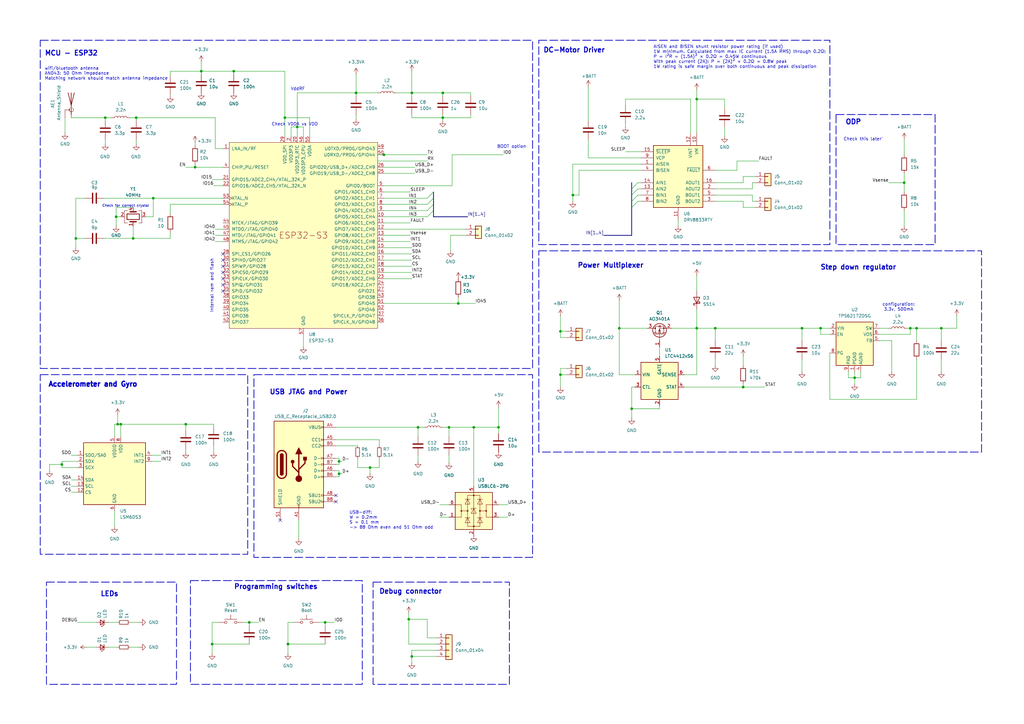
<source format=kicad_sch>
(kicad_sch (version 20231120) (generator "eeschema") (generator_version "8.0")
  (paper "A3")
  (junction (at 139.065 194.31))
  (junction (at 133.35 255.27))
  (junction (at 151.765 191.77))
  (junction (at 184.15 175.26))
  (junction (at 285.75 134.62))
  (junction (at 187.96 124.46))
  (junction (at 146.05 38.1))
  (junction (at 204.47 175.26))
  (junction (at 328.93 134.62))
  (junction (at 171.45 175.26))
  (junction (at 181.61 38.1))
  (junction (at 80.01 68.58))
  (junction (at 102.235 255.27))
  (junction (at 293.37 134.62))
  (junction (at 229.87 135.89))
  (junction (at 375.92 134.62))
  (junction (at 55.88 48.26))
  (junction (at 95.885 29.21))
  (junction (at 62.865 81.28))
  (junction (at 43.18 48.26))
  (junction (at 139.065 189.23))
  (junction (at 168.91 38.1))
  (junction (at 167.64 254))
  (junction (at 370.84 74.93))
  (junction (at 336.55 134.62))
  (junction (at 31.115 97.79))
  (junction (at 116.84 48.26))
  (junction (at 373.38 134.62))
  (junction (at 259.08 167.64))
  (junction (at 118.11 264.16))
  (junction (at 25.4 190.5))
  (junction (at 304.8 158.75))
  (junction (at 47.625 88.9))
  (junction (at 234.95 80.01))
  (junction (at 181.61 48.26))
  (junction (at 229.87 153.67))
  (junction (at 48.26 173.99))
  (junction (at 254 134.62))
  (junction (at 76.2 173.99))
  (junction (at 350.52 154.94))
  (junction (at 121.92 52.07))
  (junction (at 86.995 264.16))
  (junction (at 54.61 97.79))
  (junction (at 285.75 40.64))
  (junction (at 386.08 134.62))
  (junction (at 168.91 269.24))
  (junction (at 157.48 63.5))
  (junction (at 82.55 29.21))
  (junction (at 194.31 175.26))
  (junction (at 49.53 173.99))
  (no_connect (at 91.44 104.14))
  (no_connect (at 137.795 205.74))
  (no_connect (at 114.935 213.36))
  (no_connect (at 91.44 109.22))
  (no_connect (at 91.44 111.76))
  (no_connect (at 91.44 114.3))
  (no_connect (at 91.44 116.84))
  (no_connect (at 91.44 106.68))
  (no_connect (at 137.795 203.2))
  (no_connect (at 91.44 119.38))
  (bus_entry (at 261.62 82.55) (size -2.54 2.54))
  (bus_entry (at 177.8 83.82) (size -2.54 2.54))
  (bus_entry (at 177.8 86.36) (size -2.54 2.54))
  (bus_entry (at 261.62 80.01) (size -2.54 2.54))
  (bus_entry (at 261.62 74.93) (size -2.54 2.54))
  (bus_entry (at 261.62 77.47) (size -2.54 2.54))
  (bus_entry (at 177.8 78.74) (size -2.54 2.54))
  (bus_entry (at 177.8 81.28) (size -2.54 2.54))
  (wire (pts (xy 375.92 134.62) (xy 386.08 134.62)))
  (wire (pts (xy 340.36 144.78) (xy 340.36 163.83)))
  (wire (pts (xy 232.41 135.89) (xy 229.87 135.89)))
  (bus (pts (xy 177.8 78.74) (xy 177.8 81.28)))
  (wire (pts (xy 168.91 39.37) (xy 168.91 38.1)))
  (wire (pts (xy 29.21 48.26) (xy 43.18 48.26)))
  (wire (pts (xy 347.98 152.4) (xy 347.98 154.94)))
  (wire (pts (xy 54.61 85.09) (xy 47.625 85.09)))
  (wire (pts (xy 122.555 213.36) (xy 122.555 220.98)))
  (wire (pts (xy 155.575 182.88) (xy 155.575 180.34)))
  (wire (pts (xy 260.35 153.67) (xy 254 153.67)))
  (wire (pts (xy 185.42 63.5) (xy 206.375 63.5)))
  (wire (pts (xy 157.48 124.46) (xy 187.96 124.46)))
  (wire (pts (xy 293.37 149.86) (xy 293.37 147.32)))
  (wire (pts (xy 261.62 77.47) (xy 262.89 77.47)))
  (wire (pts (xy 31.115 97.79) (xy 31.115 81.28)))
  (wire (pts (xy 157.48 63.5) (xy 175.26 63.5)))
  (wire (pts (xy 179.07 266.7) (xy 168.91 266.7)))
  (wire (pts (xy 102.235 255.27) (xy 102.235 256.54)))
  (wire (pts (xy 364.49 74.93) (xy 370.84 74.93)))
  (wire (pts (xy 179.07 269.24) (xy 168.91 269.24)))
  (wire (pts (xy 285.75 127) (xy 285.75 134.62)))
  (wire (pts (xy 139.065 194.31) (xy 139.065 195.58)))
  (wire (pts (xy 353.06 152.4) (xy 353.06 154.94)))
  (wire (pts (xy 168.91 106.68) (xy 157.48 106.68)))
  (bus (pts (xy 259.08 82.55) (xy 259.08 85.09)))
  (wire (pts (xy 121.92 38.1) (xy 121.92 52.07)))
  (wire (pts (xy 118.11 264.16) (xy 133.35 264.16)))
  (wire (pts (xy 193.04 48.26) (xy 181.61 48.26)))
  (wire (pts (xy 304.8 146.05) (xy 304.8 149.86)))
  (wire (pts (xy 87.63 185.42) (xy 87.63 182.88)))
  (wire (pts (xy 168.91 38.1) (xy 162.56 38.1)))
  (wire (pts (xy 86.995 264.16) (xy 102.235 264.16)))
  (bus (pts (xy 177.8 81.28) (xy 177.8 83.82)))
  (wire (pts (xy 293.37 134.62) (xy 328.93 134.62)))
  (wire (pts (xy 99.695 255.27) (xy 102.235 255.27)))
  (wire (pts (xy 232.41 153.67) (xy 229.87 153.67)))
  (wire (pts (xy 76.2 68.58) (xy 80.01 68.58)))
  (wire (pts (xy 234.95 80.01) (xy 234.95 82.55)))
  (wire (pts (xy 76.2 184.15) (xy 76.2 185.42)))
  (wire (pts (xy 127 55.88) (xy 127 48.26)))
  (wire (pts (xy 304.8 157.48) (xy 304.8 158.75)))
  (wire (pts (xy 283.21 40.64) (xy 256.54 40.64)))
  (wire (pts (xy 86.995 255.27) (xy 86.995 264.16)))
  (wire (pts (xy 280.67 158.75) (xy 304.8 158.75)))
  (wire (pts (xy 49.53 173.99) (xy 76.2 173.99)))
  (wire (pts (xy 62.865 88.9) (xy 62.865 81.28)))
  (wire (pts (xy 157.48 81.28) (xy 175.26 81.28)))
  (wire (pts (xy 53.34 265.43) (xy 57.15 265.43)))
  (wire (pts (xy 304.8 85.09) (xy 304.8 82.55)))
  (wire (pts (xy 304.8 85.09) (xy 309.88 85.09)))
  (wire (pts (xy 82.55 29.21) (xy 82.55 30.48)))
  (wire (pts (xy 234.95 67.31) (xy 262.89 67.31)))
  (wire (pts (xy 180.34 207.01) (xy 184.15 207.01)))
  (wire (pts (xy 340.36 163.83) (xy 375.92 163.83)))
  (wire (pts (xy 340.36 137.16) (xy 336.55 137.16)))
  (wire (pts (xy 139.065 189.23) (xy 139.065 187.96)))
  (wire (pts (xy 82.55 29.21) (xy 95.885 29.21)))
  (wire (pts (xy 29.21 186.69) (xy 31.75 186.69)))
  (wire (pts (xy 229.87 153.67) (xy 229.87 158.75)))
  (wire (pts (xy 155.575 180.34) (xy 137.795 180.34)))
  (wire (pts (xy 47.625 88.9) (xy 49.53 88.9)))
  (bus (pts (xy 177.8 83.82) (xy 177.8 86.36)))
  (wire (pts (xy 157.48 78.74) (xy 168.275 78.74)))
  (wire (pts (xy 179.07 264.16) (xy 167.64 264.16)))
  (wire (pts (xy 181.61 49.53) (xy 181.61 48.26)))
  (wire (pts (xy 139.065 190.5) (xy 139.065 189.23)))
  (wire (pts (xy 31.115 81.28) (xy 34.925 81.28)))
  (wire (pts (xy 328.93 134.62) (xy 328.93 139.7)))
  (wire (pts (xy 139.065 194.31) (xy 140.335 194.31)))
  (wire (pts (xy 234.95 67.31) (xy 234.95 80.01)))
  (wire (pts (xy 283.21 54.61) (xy 283.21 40.64)))
  (wire (pts (xy 48.26 170.18) (xy 48.26 173.99)))
  (wire (pts (xy 191.135 96.52) (xy 184.785 96.52)))
  (wire (pts (xy 302.26 66.04) (xy 302.26 69.85)))
  (wire (pts (xy 76.2 176.53) (xy 76.2 173.99)))
  (wire (pts (xy 168.91 114.3) (xy 157.48 114.3)))
  (wire (pts (xy 137.795 182.88) (xy 146.685 182.88)))
  (wire (pts (xy 55.88 48.26) (xy 53.34 48.26)))
  (wire (pts (xy 336.55 137.16) (xy 336.55 134.62)))
  (wire (pts (xy 185.42 76.2) (xy 157.48 76.2)))
  (wire (pts (xy 154.94 38.1) (xy 146.05 38.1)))
  (wire (pts (xy 157.48 93.98) (xy 191.135 93.98)))
  (wire (pts (xy 237.49 80.01) (xy 234.95 80.01)))
  (wire (pts (xy 87.63 76.2) (xy 91.44 76.2)))
  (wire (pts (xy 386.08 134.62) (xy 386.08 139.7)))
  (wire (pts (xy 20.32 190.5) (xy 25.4 190.5)))
  (wire (pts (xy 168.91 269.24) (xy 168.91 271.78)))
  (wire (pts (xy 261.62 80.01) (xy 262.89 80.01)))
  (wire (pts (xy 35.56 265.43) (xy 39.37 265.43)))
  (wire (pts (xy 241.3 57.15) (xy 241.3 64.77)))
  (wire (pts (xy 54.61 92.71) (xy 54.61 97.79)))
  (wire (pts (xy 350.52 154.94) (xy 350.52 157.48)))
  (wire (pts (xy 133.35 255.27) (xy 137.16 255.27)))
  (wire (pts (xy 308.61 74.93) (xy 308.61 77.47)))
  (wire (pts (xy 168.91 104.14) (xy 157.48 104.14)))
  (wire (pts (xy 241.3 64.77) (xy 262.89 64.77)))
  (bus (pts (xy 259.08 77.47) (xy 259.08 80.01)))
  (wire (pts (xy 80.01 58.42) (xy 80.01 59.69)))
  (wire (pts (xy 204.47 167.005) (xy 204.47 175.26)))
  (wire (pts (xy 137.795 193.04) (xy 139.065 193.04)))
  (wire (pts (xy 270.51 142.24) (xy 270.51 146.05)))
  (wire (pts (xy 47.625 92.71) (xy 47.625 88.9)))
  (wire (pts (xy 137.795 175.26) (xy 171.45 175.26)))
  (wire (pts (xy 285.75 40.64) (xy 297.18 40.64)))
  (wire (pts (xy 86.995 73.66) (xy 91.44 73.66)))
  (wire (pts (xy 204.47 175.26) (xy 204.47 177.8)))
  (wire (pts (xy 124.46 142.24) (xy 124.46 137.16)))
  (wire (pts (xy 360.68 137.16) (xy 373.38 137.16)))
  (wire (pts (xy 95.885 29.21) (xy 95.885 30.48)))
  (wire (pts (xy 29.21 196.85) (xy 31.75 196.85)))
  (wire (pts (xy 80.01 68.58) (xy 91.44 68.58)))
  (wire (pts (xy 46.99 209.55) (xy 46.99 215.9)))
  (wire (pts (xy 62.865 81.28) (xy 91.44 81.28)))
  (wire (pts (xy 157.48 88.9) (xy 175.26 88.9)))
  (wire (pts (xy 69.85 95.25) (xy 69.85 97.79)))
  (wire (pts (xy 193.04 39.37) (xy 193.04 38.1)))
  (wire (pts (xy 42.545 81.28) (xy 62.865 81.28)))
  (wire (pts (xy 116.84 29.21) (xy 116.84 48.26)))
  (wire (pts (xy 180.34 212.09) (xy 184.15 212.09)))
  (wire (pts (xy 167.64 251.46) (xy 167.64 254)))
  (wire (pts (xy 29.21 201.93) (xy 31.75 201.93)))
  (wire (pts (xy 31.75 191.77) (xy 25.4 191.77)))
  (wire (pts (xy 373.38 137.16) (xy 373.38 134.62)))
  (wire (pts (xy 285.75 134.62) (xy 285.75 153.67)))
  (wire (pts (xy 86.995 264.16) (xy 86.995 267.97)))
  (wire (pts (xy 157.48 96.52) (xy 168.275 96.52)))
  (wire (pts (xy 25.4 190.5) (xy 25.4 191.77)))
  (wire (pts (xy 293.37 82.55) (xy 304.8 82.55)))
  (wire (pts (xy 49.53 173.99) (xy 49.53 179.07)))
  (wire (pts (xy 175.26 254) (xy 175.26 261.62)))
  (wire (pts (xy 69.85 83.82) (xy 69.85 87.63)))
  (wire (pts (xy 293.37 74.93) (xy 304.8 74.93)))
  (wire (pts (xy 87.63 175.26) (xy 87.63 173.99)))
  (wire (pts (xy 256.54 50.8) (xy 256.54 52.07)))
  (wire (pts (xy 31.75 255.27) (xy 39.37 255.27)))
  (wire (pts (xy 88.265 99.06) (xy 91.44 99.06)))
  (wire (pts (xy 392.43 129.54) (xy 392.43 134.62)))
  (wire (pts (xy 260.35 158.75) (xy 259.08 158.75)))
  (wire (pts (xy 139.065 189.23) (xy 140.335 189.23)))
  (bus (pts (xy 247.65 96.52) (xy 259.08 96.52)))
  (wire (pts (xy 154.94 63.5) (xy 157.48 63.5)))
  (wire (pts (xy 259.08 167.64) (xy 270.51 167.64)))
  (wire (pts (xy 42.545 97.79) (xy 54.61 97.79)))
  (wire (pts (xy 43.18 49.53) (xy 43.18 48.26)))
  (wire (pts (xy 59.69 88.9) (xy 62.865 88.9)))
  (wire (pts (xy 82.55 25.4) (xy 82.55 29.21)))
  (wire (pts (xy 89.535 255.27) (xy 86.995 255.27)))
  (wire (pts (xy 181.61 175.26) (xy 184.15 175.26)))
  (wire (pts (xy 137.795 187.96) (xy 139.065 187.96)))
  (wire (pts (xy 119.38 52.07) (xy 121.92 52.07)))
  (wire (pts (xy 53.34 255.27) (xy 57.15 255.27)))
  (wire (pts (xy 25.4 189.23) (xy 31.75 189.23)))
  (wire (pts (xy 308.61 74.93) (xy 309.88 74.93)))
  (wire (pts (xy 171.45 186.69) (xy 171.45 189.23)))
  (wire (pts (xy 375.92 134.62) (xy 375.92 139.7)))
  (wire (pts (xy 297.18 40.64) (xy 297.18 44.45)))
  (wire (pts (xy 43.18 48.26) (xy 45.72 48.26)))
  (wire (pts (xy 373.38 134.62) (xy 375.92 134.62)))
  (wire (pts (xy 55.88 57.15) (xy 55.88 59.055)))
  (wire (pts (xy 181.61 38.1) (xy 181.61 39.37)))
  (wire (pts (xy 204.47 207.01) (xy 208.28 207.01)))
  (wire (pts (xy 69.85 38.735) (xy 69.85 39.37)))
  (wire (pts (xy 88.265 96.52) (xy 91.44 96.52)))
  (wire (pts (xy 151.765 191.77) (xy 151.765 194.31)))
  (wire (pts (xy 370.84 74.93) (xy 370.84 78.74)))
  (wire (pts (xy 347.98 154.94) (xy 350.52 154.94)))
  (wire (pts (xy 308.61 82.55) (xy 309.88 82.55)))
  (wire (pts (xy 187.96 124.46) (xy 194.945 124.46)))
  (wire (pts (xy 137.795 195.58) (xy 139.065 195.58)))
  (wire (pts (xy 193.04 46.99) (xy 193.04 48.26)))
  (wire (pts (xy 146.685 191.77) (xy 151.765 191.77)))
  (wire (pts (xy 232.41 138.43) (xy 229.87 138.43)))
  (bus (pts (xy 259.08 85.09) (xy 259.08 96.52)))
  (wire (pts (xy 336.55 134.62) (xy 328.93 134.62)))
  (wire (pts (xy 155.575 187.96) (xy 155.575 191.77)))
  (wire (pts (xy 46.99 179.07) (xy 46.99 173.99)))
  (wire (pts (xy 241.3 49.53) (xy 241.3 35.56)))
  (wire (pts (xy 261.62 82.55) (xy 262.89 82.55)))
  (wire (pts (xy 175.26 261.62) (xy 179.07 261.62)))
  (wire (pts (xy 168.91 48.26) (xy 181.61 48.26)))
  (wire (pts (xy 167.64 254) (xy 175.26 254)))
  (wire (pts (xy 157.48 83.82) (xy 175.26 83.82)))
  (wire (pts (xy 256.54 62.23) (xy 262.89 62.23)))
  (wire (pts (xy 261.62 74.93) (xy 262.89 74.93)))
  (wire (pts (xy 168.91 111.76) (xy 157.48 111.76)))
  (wire (pts (xy 168.91 109.22) (xy 157.48 109.22)))
  (wire (pts (xy 360.68 134.62) (xy 364.49 134.62)))
  (wire (pts (xy 168.91 29.21) (xy 168.91 38.1)))
  (wire (pts (xy 168.91 266.7) (xy 168.91 269.24)))
  (wire (pts (xy 353.06 154.94) (xy 350.52 154.94)))
  (wire (pts (xy 146.685 187.96) (xy 146.685 191.77)))
  (wire (pts (xy 34.925 97.79) (xy 31.115 97.79)))
  (wire (pts (xy 48.26 173.99) (xy 49.53 173.99)))
  (wire (pts (xy 370.84 71.12) (xy 370.84 74.93)))
  (wire (pts (xy 137.795 190.5) (xy 139.065 190.5)))
  (wire (pts (xy 118.11 255.27) (xy 118.11 264.16)))
  (wire (pts (xy 44.45 265.43) (xy 48.26 265.43)))
  (wire (pts (xy 127 48.26) (xy 116.84 48.26)))
  (wire (pts (xy 130.81 255.27) (xy 133.35 255.27)))
  (wire (pts (xy 46.99 173.99) (xy 48.26 173.99)))
  (wire (pts (xy 372.11 134.62) (xy 373.38 134.62)))
  (wire (pts (xy 360.68 139.7) (xy 365.76 139.7)))
  (wire (pts (xy 285.75 153.67) (xy 280.67 153.67)))
  (wire (pts (xy 157.48 99.06) (xy 168.275 99.06)))
  (wire (pts (xy 139.065 193.04) (xy 139.065 194.31)))
  (bus (pts (xy 259.08 80.01) (xy 259.08 82.55)))
  (wire (pts (xy 20.32 193.04) (xy 20.32 190.5)))
  (wire (pts (xy 185.42 63.5) (xy 185.42 76.2)))
  (wire (pts (xy 171.45 175.26) (xy 173.99 175.26)))
  (wire (pts (xy 181.61 46.99) (xy 181.61 48.26)))
  (wire (pts (xy 229.87 135.89) (xy 229.87 138.43)))
  (wire (pts (xy 116.84 48.26) (xy 116.84 55.88)))
  (wire (pts (xy 254 134.62) (xy 265.43 134.62)))
  (wire (pts (xy 184.785 96.52) (xy 184.785 102.87)))
  (wire (pts (xy 168.91 48.26) (xy 168.91 46.99)))
  (wire (pts (xy 88.265 48.26) (xy 55.88 48.26)))
  (wire (pts (xy 194.31 175.26) (xy 204.47 175.26)))
  (wire (pts (xy 259.08 171.45) (xy 259.08 167.64)))
  (wire (pts (xy 184.15 179.07) (xy 184.15 175.26)))
  (wire (pts (xy 386.08 134.62) (xy 392.43 134.62)))
  (bus (pts (xy 177.8 88.9) (xy 191.77 88.9)))
  (wire (pts (xy 297.18 52.07) (xy 297.18 55.88)))
  (wire (pts (xy 237.49 69.85) (xy 237.49 80.01)))
  (wire (pts (xy 62.23 189.23) (xy 66.04 189.23)))
  (wire (pts (xy 184.15 175.26) (xy 194.31 175.26)))
  (wire (pts (xy 304.8 72.39) (xy 309.88 72.39)))
  (wire (pts (xy 370.84 57.15) (xy 370.84 63.5)))
  (wire (pts (xy 259.08 158.75) (xy 259.08 167.64)))
  (wire (pts (xy 285.75 36.83) (xy 285.75 40.64)))
  (wire (pts (xy 121.92 38.1) (xy 146.05 38.1)))
  (wire (pts (xy 157.48 91.44) (xy 168.275 91.44)))
  (wire (pts (xy 69.85 29.21) (xy 69.85 31.115)))
  (wire (pts (xy 365.76 139.7) (xy 365.76 152.4)))
  (wire (pts (xy 293.37 139.7) (xy 293.37 134.62)))
  (wire (pts (xy 88.265 60.96) (xy 88.265 48.26)))
  (wire (pts (xy 187.96 121.92) (xy 187.96 124.46)))
  (wire (pts (xy 181.61 38.1) (xy 168.91 38.1)))
  (wire (pts (xy 29.21 199.39) (xy 31.75 199.39)))
  (wire (pts (xy 146.05 38.1) (xy 146.05 39.37)))
  (wire (pts (xy 254 134.62) (xy 254 153.67)))
  (wire (pts (xy 25.4 189.23) (xy 25.4 190.5)))
  (wire (pts (xy 44.45 255.27) (xy 48.26 255.27)))
  (wire (pts (xy 184.15 186.69) (xy 184.15 189.865)))
  (wire (pts (xy 229.87 129.54) (xy 229.87 135.89)))
  (wire (pts (xy 232.41 151.13) (xy 229.87 151.13)))
  (wire (pts (xy 204.47 212.09) (xy 208.28 212.09)))
  (wire (pts (xy 302.26 66.04) (xy 311.15 66.04)))
  (wire (pts (xy 375.92 163.83) (xy 375.92 147.32)))
  (wire (pts (xy 256.54 40.64) (xy 256.54 43.18)))
  (wire (pts (xy 157.48 86.36) (xy 175.26 86.36)))
  (wire (pts (xy 254 123.19) (xy 254 134.62)))
  (wire (pts (xy 102.235 255.27) (xy 106.045 255.27)))
  (wire (pts (xy 120.65 255.27) (xy 118.11 255.27)))
  (bus (pts (xy 259.08 74.93) (xy 259.08 77.47)))
  (wire (pts (xy 31.115 101.6) (xy 31.115 97.79)))
  (wire (pts (xy 275.59 134.62) (xy 285.75 134.62)))
  (wire (pts (xy 285.75 134.62) (xy 293.37 134.62)))
  (wire (pts (xy 87.63 173.99) (xy 76.2 173.99)))
  (wire (pts (xy 193.04 38.1) (xy 181.61 38.1)))
  (wire (pts (xy 285.75 113.03) (xy 285.75 119.38)))
  (wire (pts (xy 328.93 147.32) (xy 328.93 152.4)))
  (wire (pts (xy 55.88 49.53) (xy 55.88 48.26)))
  (wire (pts (xy 194.31 199.39) (xy 194.31 175.26)))
  (wire (pts (xy 304.8 158.75) (xy 313.69 158.75)))
  (wire (pts (xy 62.23 186.69) (xy 66.04 186.69)))
  (wire (pts (xy 168.91 101.6) (xy 157.48 101.6)))
  (wire (pts (xy 229.87 151.13) (xy 229.87 153.67)))
  (wire (pts (xy 285.75 40.64) (xy 285.75 54.61)))
  (wire (pts (xy 308.61 82.55) (xy 308.61 80.01)))
  (wire (pts (xy 43.18 57.15) (xy 43.18 59.055)))
  (wire (pts (xy 370.84 86.36) (xy 370.84 92.71)))
  (wire (pts (xy 47.625 85.09) (xy 47.625 88.9)))
  (wire (pts (xy 170.18 71.12) (xy 157.48 71.12)))
  (wire (pts (xy 262.89 69.85) (xy 237.49 69.85)))
  (wire (pts (xy 157.48 68.58) (xy 170.18 68.58)))
  (wire (pts (xy 304.8 72.39) (xy 304.8 74.93)))
  (bus (pts (xy 177.8 86.36) (xy 177.8 88.9)))
  (wire (pts (xy 350.52 152.4) (xy 350.52 154.94)))
  (wire (pts (xy 293.37 77.47) (xy 308.61 77.47)))
  (wire (pts (xy 54.61 97.79) (xy 69.85 97.79)))
  (wire (pts (xy 119.38 55.88) (xy 119.38 52.07)))
  (wire (pts (xy 95.885 29.21) (xy 116.84 29.21)))
  (wire (pts (xy 146.05 46.99) (xy 146.05 48.895)))
  (wire (pts (xy 121.92 52.07) (xy 121.92 55.88)))
  (wire (pts (xy 278.13 90.17) (xy 278.13 92.71)))
  (wire (pts (xy 293.37 80.01) (xy 308.61 80.01)))
  (wire (pts (xy 133.35 255.27) (xy 133.35 256.54)))
  (wire (pts (xy 386.08 147.32) (xy 386.08 152.4)))
  (wire (pts (xy 146.05 30.48) (xy 146.05 38.1)))
  (wire (pts (xy 26.67 48.26) (xy 26.67 54.61)))
  (wire (pts (xy 167.64 264.16) (xy 167.64 254)))
  (wire (pts (xy 88.265 60.96) (xy 91.44 60.96)))
  (wire (pts (xy 69.85 29.21) (xy 82.55 29.21)))
  (wire (pts (xy 270.51 167.64) (xy 270.51 166.37)))
  (wire (pts (xy 91.44 83.82) (xy 69.85 83.82)))
  (wire (pts (xy 171.45 175.26) (xy 171.45 179.07)))
  (wire (pts (xy 80.01 67.31) (xy 80.01 68.58)))
  (wire (pts (xy 124.46 55.88) (xy 124.46 52.07)))
  (wire (pts (xy 154.94 66.04) (xy 175.26 66.04)))
  (wire (pts (xy 302.26 69.85) (xy 293.37 69.85)))
  (wire (pts (xy 340.36 134.62) (xy 336.55 134.62)))
  (wire (pts (xy 151.765 191.77) (xy 155.575 191.77)))
  (wire (pts (xy 121.92 52.07) (xy 124.46 52.07)))
  (wire (pts (xy 88.265 93.98) (xy 91.44 93.98)))
  (wire (pts (xy 118.11 264.16) (xy 118.11 267.97)))
  (rectangle (start 220.98 102.87) (end 402.59 185.42) (stroke (width 0.3) (type dash)))
  (rectangle (start 78.105 238.125) (end 148.59 280.67) (stroke (width 0.3) (type dash)))
  (rectangle (start 19.05 238.76) (end 72.39 280.67) (stroke (width 0.3) (type dash)))
  (rectangle (start 16.51 16.51) (end 218.44 151.13) (stroke (width 0.3) (type dash)))
  (rectangle (start 104.14 153.67) (end 218.44 228.6) (stroke (width 0.3) (type dash)))
  (rectangle (start 16.51 153.67) (end 101.6 227.33) (stroke (width 0.3) (type dash)))
  (rectangle (start 220.98 16.51) (end 340.36 100.33) (stroke (width 0.3) (type dash)))
  (rectangle (start 342.9 100.33) (end 383.54 46.99) (stroke (width 0.3) (type dash)))
  (rectangle (start 153.035 238.76) (end 208.915 280.67) (stroke (width 0.3) (type dash)))
  (text "VddRF" (at 122.174 36.576 0) (effects (font (size 1.27 1.27))))
  (text "USB JTAG and Power" (at 110.49 162.052 0) (effects (font (size 2 2) (thickness 0.4) (bold yes)) (justify left bottom)))
  (text "wifi/bluetooth antenna\nAN043: 50 Ohm impedance\nMatching network should match antenna impedance" (at 18.288 33.02 0) (effects (font (size 1.27 1.27)) (justify left bottom)))
  (text "ODP" (at 353.314 51.308 0) (effects (font (size 2 2) (thickness 0.4) (bold yes)) (justify right bottom)))
  (text "configuration:\n3.3v, 500mA" (at 368.554 125.984 0) (effects (font (size 1.27 1.27))))
  (text "BOOT option" (at 203.835 60.96 0) (effects (font (size 1.27 1.27)) (justify left bottom)))
  (text "LEDs" (at 41.148 244.856 0) (effects (font (size 2 2) (thickness 0.4) (bold yes)) (justify left bottom)))
  (text "Debug connector" (at 155.448 243.84 0) (effects (font (size 2 2) (thickness 0.4) (bold yes)) (justify left bottom)))
  (text "Check VDDA vs VDD" (at 120.904 51.054 0) (effects (font (size 1.27 1.27))))
  (text "USB-diff:\nW = 0.2mm \nS = 0.1 mm\n-> 88 Ohm even and 51 Ohm odd" (at 143.256 213.36 0) (effects (font (size 1.27 1.27)) (justify left)))
  (text "Programming switches\n" (at 95.885 241.935 0) (effects (font (size 2 2) (thickness 0.4) (bold yes)) (justify left bottom)))
  (text "Accelerometer and Gyro" (at 38.1 157.734 0) (effects (font (size 2 2) (thickness 0.6) (bold yes))))
  (text "DC-Motor Driver" (at 222.758 21.844 0) (effects (font (size 2 2) (thickness 0.4) (bold yes)) (justify left bottom)))
  (text "Check this later'" (at 354.076 57.15 0) (effects (font (size 1.27 1.27))))
  (text "MCU - ESP32\n" (at 18.288 23.114 0) (effects (font (size 2 2) (thickness 0.4) (bold yes)) (justify left bottom)))
  (text "Internal ram and flash" (at 87.63 128.27 90) (effects (font (size 1.27 1.27)) (justify left bottom)))
  (text "Check for correct crystal" (at 41.91 85.09 0) (effects (font (size 1 1)) (justify left bottom)))
  (text "Power Multiplexer" (at 250.444 108.966 0) (effects (font (size 2 2) (thickness 0.4) (bold yes))))
  (text "Step down regulator" (at 352.044 109.728 0) (effects (font (size 2 2) (thickness 0.4) (bold yes))))
  (text "AISEN and BISEN shunt resistor power rating (if used)\n1W minimum. Calculated from max IC current (1.5A RMS) through 0.2Ω:\nP = I²R = (1.5A)² × 0.2Ω = 0.45W continuous\nWith peak current (2A): P = (2A)² × 0.2Ω = 0.8W peak\n1W rating is safe margin over both continuous and peak dissipation" (at 267.97 23.368 0) (effects (font (size 1.27 1.27)) (justify left)))
  (label "IN1" (at 167.64 81.28 0))
  (label "USB_D-" (at 180.34 207.01 180))
  (label "IN4" (at 167.64 86.36 0))
  (label "SLEEP" (at 256.54 62.23 180))
  (label "IO42" (at 88.265 99.06 180))
  (label "D-" (at 180.34 212.09 0))
  (label "CS" (at 168.91 109.22 0))
  (label "SCL" (at 168.91 106.68 0))
  (label "SCL" (at 29.21 199.39 180))
  (label "IO0" (at 206.375 63.5 0))
  (label "INT2" (at 168.91 111.76 0))
  (label "D+" (at 208.28 212.09 0))
  (label "IN[1..4]" (at 247.65 96.52 180))
  (label "INT1" (at 66.04 186.69 0))
  (label "EN" (at 76.2 68.58 180))
  (label "EN" (at 106.045 255.27 0))
  (label "SDO" (at 29.21 186.69 180))
  (label "FAULT" (at 168.275 91.44 0))
  (label "STAT" (at 313.69 158.75 0))
  (label "IN[1..4]" (at 191.77 88.9 0))
  (label "TX" (at 175.26 63.5 0))
  (label "SLEEP" (at 168.275 78.74 0))
  (label "SDA" (at 29.21 196.85 180))
  (label "IO41" (at 88.265 96.52 180))
  (label "IO15" (at 86.995 73.66 180))
  (label "STAT" (at 168.91 114.3 0))
  (label "IN3" (at 167.64 88.9 0))
  (label "IO45" (at 194.945 124.46 0))
  (label "IO40" (at 88.265 93.98 180))
  (label "USB_D+" (at 170.18 68.58 0))
  (label "D+" (at 140.335 194.31 0))
  (label "IN2" (at 167.64 83.82 0))
  (label "IO16" (at 87.63 76.2 180))
  (label "SDO" (at 168.91 101.6 0))
  (label "USB_D+" (at 208.28 207.01 0))
  (label "Vsense" (at 168.275 96.52 0))
  (label "DEBUG" (at 31.75 255.27 180))
  (label "INT2" (at 66.04 189.23 0))
  (label "Vsense" (at 364.49 74.93 180))
  (label "FAULT" (at 311.15 66.04 0))
  (label "CS" (at 29.21 201.93 180))
  (label "IO0" (at 137.16 255.27 0))
  (label "SDA" (at 168.91 104.14 0))
  (label "RX" (at 175.26 66.04 0))
  (label "D-" (at 140.335 189.23 0))
  (label "USB_D-" (at 170.18 71.12 0))
  (label "INT1" (at 168.275 99.06 0))
  (symbol (lib_id "power:GND") (at 328.93 152.4 0) (unit 1)
    (property "Reference" "#PWR048" (effects (hide yes)))
    (property "Value" "GND" (at 328.93 157.48 0))
    (property "Description" "Power symbol creates a global label with name \"GND\" , ground" (effects (hide yes)))
  )
  (symbol (lib_id "power:GND") (at 278.13 92.71 0) (unit 1)
    (property "Reference" "#PWR016" (effects (hide yes)))
    (property "Value" "GND" (at 278.13 97.155 0))
  )
  (symbol (lib_name "GND_1") (lib_id "power:GND") (at 259.08 171.45 0) (unit 1)
    (property "Reference" "#PWR040" (effects (hide yes)))
    (property "Value" "GND" (at 259.08 176.53 0))
    (property "Description" "Power symbol creates a global label with name \"GND\" , ground" (effects (hide yes)))
  )
  (symbol (lib_id "Device:C") (at 386.08 143.51 0) (unit 1)
    (property "Reference" "C24" (at 389.89 142.2399 0) (effects (justify left)))
    (property "Value" "22u" (at 389.89 144.7799 0) (effects (justify left)))
    (property "Footprint" "Capacitor_SMD:C_0805_2012Metric" (effects (hide yes)))
    (property "Description" "Unpolarized capacitor" (effects (hide yes)))
  )
  (symbol (lib_id "power:GND") (at 46.99 215.9 0) (unit 1)
    (property "Reference" "#PWR032" (effects (hide yes)))
    (property "Value" "GND" (at 46.99 220.98 0))
    (property "Description" "Power symbol creates a global label with name \"GND\" , ground" (effects (hide yes)))
  )
  (symbol (lib_id "Device:C") (at 181.61 43.18 0) (unit 1)
    (property "Reference" "C26" (at 184.785 41.91 0) (effects (justify left)))
    (property "Value" "1u" (at 184.785 44.45 0) (effects (justify left)))
    (property "Footprint" "Capacitor_SMD:C_0603_1608Metric" (effects (hide yes)))
  )
  (symbol (lib_id "power:GND") (at 386.08 152.4 0) (unit 1)
    (property "Reference" "#PWR049" (effects (hide yes)))
    (property "Value" "GND" (at 386.08 157.48 0))
    (property "Description" "Power symbol creates a global label with name \"GND\" , ground" (effects (hide yes)))
  )
  (symbol (lib_id "Power_Protection:USBLC6-2P6") (at 194.31 209.55 0) (unit 1)
    (property "Reference" "U3" (at 195.9611 196.85 0) (effects (justify left)))
    (property "Value" "USBLC6-2P6" (at 195.9611 199.39 0) (effects (justify left)))
    (property "Footprint" "Package_TO_SOT_SMD:SOT-666" (effects (hide yes)))
    (property "Datasheet" "https://www.st.com/resource/en/datasheet/usblc6-2.pdf" (effects (hide yes)))
  )
  (symbol (lib_id "power:GND") (at 47.625 92.71 0) (unit 1)
    (property "Reference" "#PWR08" (effects (hide yes)))
    (property "Value" "GND" (at 47.625 96.52 0))
  )
  (symbol (lib_id "Device:C") (at 293.37 143.51 0) (unit 1)
    (property "Reference" "C11" (at 297.18 142.2399 0) (effects (justify left)))
    (property "Value" "22u" (at 297.18 144.7799 0) (effects (justify left)))
    (property "Footprint" "Capacitor_SMD:C_0805_2012Metric" (effects (hide yes)))
    (property "Description" "Unpolarized capacitor" (effects (hide yes)))
  )
  (symbol (lib_name "+3.3V_1") (lib_id "power:+3.3V") (at 304.8 146.05 0) (unit 1)
    (property "Reference" "#PWR043" (effects (hide yes)))
    (property "Value" "+3.3V" (at 304.8 140.97 0))
    (property "Description" "Power symbol creates a global label with name \"+3.3V\"" (effects (hide yes)))
  )
  (symbol (lib_id "power:GND") (at 184.785 102.87 0) (unit 1)
    (property "Reference" "#PWR041" (effects (hide yes)))
    (property "Value" "GND" (at 184.785 107.315 0))
  )
  (symbol (lib_id "Device:C") (at 87.63 179.07 0) (unit 1)
    (property "Reference" "C18" (at 91.44 177.7999 0) (effects (justify left)))
    (property "Value" "100n" (at 91.44 180.3399 0) (effects (justify left)))
    (property "Footprint" "Capacitor_SMD:C_0402_1005Metric" (effects (hide yes)))
    (property "Description" "Unpolarized capacitor" (effects (hide yes)))
  )
  (symbol (lib_id "power:GND") (at 184.15 189.865 0) (unit 1)
    (property "Reference" "#PWR024" (effects (hide yes)))
    (property "Value" "GND" (at 184.15 194.945 0))
  )
  (symbol (lib_id "power:+5V") (at 285.75 113.03 0) (unit 1)
    (property "Reference" "#PWR061" (effects (hide yes)))
    (property "Value" "+5V" (at 285.75 107.95 0))
  )
  (symbol (lib_id "Device:C") (at 38.735 81.28 90) (unit 1)
    (property "Reference" "C3" (at 38.735 74.93 90))
    (property "Value" "9p" (at 38.735 76.835 90))
    (property "Footprint" "Capacitor_SMD:C_0402_1005Metric" (effects (hide yes)))
  )
  (symbol (lib_id "Device:Crystal_GND23") (at 54.61 88.9 90) (unit 1)
    (property "Reference" "Y1" (at 54.61 77.47 90))
    (property "Value" "40MHz" (at 54.61 80.01 90))
    (property "Footprint" "Crystal:Crystal_SMD_3225-4Pin_3.2x2.5mm" (effects (hide yes)))
  )
  (symbol (lib_id "power:GND") (at 350.52 157.48 0) (unit 1)
    (property "Reference" "#PWR046" (effects (hide yes)))
    (property "Value" "GND" (at 350.52 162.56 0))
    (property "Description" "Power symbol creates a global label with name \"GND\" , ground" (effects (hide yes)))
  )
  (symbol (lib_id "power:+BATT") (at 241.3 35.56 0) (unit 1)
    (property "Reference" "#PWR020" (effects (hide yes)))
    (property "Value" "+BATT" (at 241.554 31.242 0))
    (property "Description" "Power symbol creates a global label with name \"+BATT\"" (effects (hide yes)))
  )
  (symbol (lib_id "Connector_Generic:Conn_01x02") (at 237.49 151.13 0) (unit 1)
    (property "Reference" "J6" (at 240.03 151.1299 0) (effects (justify left)))
    (property "Value" "Conn_01x02" (at 240.03 153.6699 0) (effects (justify left)))
    (property "Footprint" "Connector_PinHeader_2.54mm:PinHeader_1x02_P2.54mm_Vertical" (effects (hide yes)))
    (property "Description" "Generic connector, single row, 01x02, script generated (kicad-library-utils/schlib/autogen/connector/)" (effects (hide yes)))
  )
  (symbol (lib_id "power:+BATT") (at 229.87 129.54 0) (unit 1)
    (property "Reference" "#PWR045" (effects (hide yes)))
    (property "Value" "+BATT" (at 229.87 124.46 0))
    (property "Description" "Power symbol creates a global label with name \"+BATT\"" (effects (hide yes)))
  )
  (symbol (lib_id "power:GND") (at 151.765 194.31 0) (unit 1)
    (property "Reference" "#PWR022" (effects (hide yes)))
    (property "Value" "GND" (at 151.765 199.39 0))
  )
  (symbol (lib_id "power:GND") (at 118.11 267.97 0) (unit 1)
    (property "Reference" "#PWR037" (effects (hide yes)))
    (property "Value" "GND" (at 118.11 273.05 0))
  )
  (symbol (lib_id "Device:C") (at 38.735 97.79 90) (unit 1)
    (property "Reference" "C4" (at 38.735 90.805 90))
    (property "Value" "9p" (at 38.735 93.345 90))
    (property "Footprint" "Capacitor_SMD:C_0402_1005Metric" (effects (hide yes)))
  )
  (symbol (lib_id "power:GND") (at 69.85 39.37 0) (unit 1)
    (property "Reference" "#PWR014" (effects (hide yes)))
    (property "Value" "GND" (at 69.85 43.815 0))
  )
  (symbol (lib_id "power:GND") (at 82.55 38.1 0) (unit 1)
    (property "Reference" "#PWR01" (effects (hide yes)))
    (property "Value" "GND" (at 82.55 42.545 0))
  )
  (symbol (lib_id "Connector_Generic:Conn_01x02") (at 314.96 82.55 0) (unit 1)
    (property "Reference" "J4" (at 317.5 82.5499 0) (effects (justify left)))
    (property "Value" "Conn_01x02" (at 317.5 85.0899 0) (effects (justify left)))
    (property "Footprint" "Connector_PinHeader_2.54mm:PinHeader_1x02_P2.54mm_Vertical" (effects (hide yes)))
    (property "Description" "Generic connector, single row, 01x02, script generated (kicad-library-utils/schlib/autogen/connector/)" (effects (hide yes)))
  )
  (symbol (lib_id "Device:C") (at 256.54 46.99 0) (unit 1)
    (property "Reference" "C10" (at 260.35 45.7199 0) (effects (justify left)))
    (property "Value" "2.2u" (at 260.35 48.2599 0) (effects (justify left)))
    (property "Footprint" "Capacitor_SMD:C_0603_1608Metric" (effects (hide yes)))
    (property "Description" "Unpolarized capacitor" (effects (hide yes)))
  )
  (symbol (lib_id "Device:R") (at 69.85 91.44 0) (mirror y) (unit 1)
    (property "Reference" "R1" (at 67.31 90.17 0) (effects (justify left)))
    (property "Value" "10" (at 67.31 92.71 0) (effects (justify left)))
    (property "Footprint" "Resistor_SMD:R_0402_1005Metric" (effects (hide yes)))
  )
  (symbol (lib_id "Device:C") (at 241.3 53.34 0) (unit 1)
    (property "Reference" "C19" (at 245.11 52.0699 0) (effects (justify left)))
    (property "Value" "10n" (at 245.11 54.6099 0) (effects (justify left)))
    (property "Footprint" "Capacitor_SMD:C_0402_1005Metric" (effects (hide yes)))
    (property "Description" "Unpolarized capacitor" (effects (hide yes)))
  )
  (symbol (lib_id "power:GND") (at 26.67 54.61 0) (unit 1)
    (property "Reference" "#PWR04" (effects (hide yes)))
    (property "Value" "GND" (at 26.67 59.055 0))
  )
  (symbol (lib_id "power:GND") (at 87.63 185.42 0) (unit 1)
    (property "Reference" "#PWR035" (effects (hide yes)))
    (property "Value" "GND" (at 87.63 190.5 0))
    (property "Description" "Power symbol creates a global label with name \"GND\" , ground" (effects (hide yes)))
  )
  (symbol (lib_id "power:+3.3VA") (at 146.05 30.48 0) (unit 1)
    (property "Reference" "#PWR038" (effects (hide yes)))
    (property "Value" "+3.3VA" (at 146.05 25.4 0))
    (property "Description" "Power symbol creates a global label with name \"+3.3VA\"" (effects (hide yes)))
  )
  (symbol (lib_id "Device:C") (at 328.93 143.51 0) (unit 1)
    (property "Reference" "C23" (at 332.74 142.2399 0) (effects (justify left)))
    (property "Value" "10u" (at 332.74 144.7799 0) (effects (justify left)))
    (property "Footprint" "Capacitor_SMD:C_0603_1608Metric" (effects (hide yes)))
    (property "Description" "Unpolarized capacitor" (effects (hide yes)))
  )
  (symbol (lib_id "Connector_Generic:Conn_01x02") (at 237.49 135.89 0) (unit 1)
    (property "Reference" "J7" (at 240.03 135.8899 0) (effects (justify left)))
    (property "Value" "Conn_01x02" (at 240.03 138.4299 0) (effects (justify left)))
    (property "Footprint" "Connector_PinHeader_2.54mm:PinHeader_1x02_P2.54mm_Vertical" (effects (hide yes)))
    (property "Description" "Generic connector, single row, 01x02, script generated (kicad-library-utils/schlib/autogen/connector/)" (effects (hide yes)))
  )
  (symbol (lib_id "Connector_Generic:Conn_01x02") (at 314.96 72.39 0) (unit 1)
    (property "Reference" "J5" (at 317.5 72.3899 0) (effects (justify left)))
    (property "Value" "Conn_01x02" (at 317.5 74.9299 0) (effects (justify left)))
    (property "Footprint" "Connector_PinHeader_2.54mm:PinHeader_1x02_P2.54mm_Vertical" (effects (hide yes)))
    (property "Description" "Generic connector, single row, 01x02, script generated (kicad-library-utils/schlib/autogen/connector/)" (effects (hide yes)))
  )
  (symbol (lib_id "Device:R_Small") (at 146.685 185.42 0) (unit 1)
    (property "Reference" "R6" (at 148.1836 184.2516 0) (effects (justify left)))
    (property "Value" "5.1k" (at 148.1836 186.563 0) (effects (justify left)))
    (property "Footprint" "Resistor_SMD:R_0402_1005Metric" (effects (hide yes)))
    (property "LCSC" "C163928" (effects (hide yes)))
  )
  (symbol (lib_id "Device:R") (at 375.92 143.51 0) (unit 1)
    (property "Reference" "R4" (at 378.46 142.2399 0) (effects (justify left)))
    (property "Value" "100k" (at 378.46 144.7799 0) (effects (justify left)))
    (property "Footprint" "Resistor_SMD:R_0402_1005Metric" (effects (hide yes)))
    (property "Description" "Resistor" (effects (hide yes)))
  )
  (symbol (lib_id "Device:C") (at 55.88 53.34 0) (unit 1)
    (property "Reference" "C7" (at 59.69 52.07 0) (effects (justify left)))
    (property "Value" "3.3p" (at 59.69 54.61 0) (effects (justify left)))
    (property "Footprint" "Capacitor_SMD:C_0402_1005Metric" (effects (hide yes)))
  )
  (symbol (lib_id "Power_Management:LTC4412xS6") (at 270.51 156.21 0) (unit 1)
    (property "Reference" "U1" (at 272.7041 143.51 0) (effects (justify left)))
    (property "Value" "LTC4412xS6" (at 272.7041 146.05 0) (effects (justify left)))
    (property "Footprint" "Package_TO_SOT_SMD:TSOT-23-6" (effects (hide yes)))
    (property "Datasheet" "https://www.analog.com/media/en/technical-documentation/data-sheets/4412fb.pdf" (effects (hide yes)))
    (property "Description" "Low Loss PowerPath Controller, TSOT-23-6" (effects (hide yes)))
  )
  (symbol (lib_id "Connector_Generic:Conn_01x04") (at 184.15 264.16 0) (unit 1)
    (property "Reference" "J9" (at 186.69 264.1599 0) (effects (justify left)))
    (property "Value" "Conn_01x04" (at 186.69 266.6999 0) (effects (justify left)))
    (property "Footprint" "Connector_PinHeader_2.54mm:PinHeader_1x04_P2.54mm_Vertical" (effects (hide yes)))
    (property "Description" "Generic connector, single row, 01x04, script generated (kicad-library-utils/schlib/autogen/connector/)" (effects (hide yes)))
  )
  (symbol (lib_id "power:GND") (at 229.87 158.75 0) (unit 1)
    (property "Reference" "#PWR047" (effects (hide yes)))
    (property "Value" "GND" (at 229.87 163.195 0))
  )
  (symbol (lib_id "Sensor_Motion:LSM6DS3") (at 46.99 194.31 0) (unit 1)
    (property "Reference" "U5" (at 49.1841 209.55 0) (effects (justify left)))
    (property "Value" "LSM6DS3" (at 49.1841 212.09 0) (effects (justify left)))
    (property "Footprint" "Package_LGA:LGA-14_3x2.5mm_P0.5mm_LayoutBorder3x4y" (effects (hide yes)))
    (property "Datasheet" "https://www.st.com/resource/en/datasheet/lsm6ds3tr-c.pdf" (effects (hide yes)))
    (property "Description" "I2C/SPI, iNEMO inertial module: always-on 3D accelerometer and 3D gyroscope" (effects (hide yes)))
  )
  (symbol (lib_id "power:GND") (at 181.61 49.53 0) (unit 1)
    (property "Reference" "#PWR010" (effects (hide yes)))
    (property "Value" "GND" (at 181.61 53.975 0))
  )
  (symbol (lib_id "power:+3.3V") (at 82.55 25.4 0) (unit 1)
    (property "Reference" "#PWR05" (effects (hide yes)))
    (property "Value" "+3.3V" (at 82.55 20.32 0))
  )
  (symbol (lib_id "power:GND") (at 31.115 101.6 0) (unit 1)
    (property "Reference" "#PWR03" (effects (hide yes)))
    (property "Value" "GND" (at 31.115 106.045 0))
  )
  (symbol (lib_id "power:+3.3V") (at 168.91 29.21 0) (unit 1)
    (property "Reference" "#PWR012" (effects (hide yes)))
    (property "Value" "+3.3V" (at 168.91 25.4 0))
  )
  (symbol (lib_id "Device:R") (at 370.84 67.31 0) (unit 1)
    (property "Reference" "R5" (at 373.38 66.0399 0) (effects (justify left)))
    (property "Value" "15k" (at 373.38 68.5799 0) (effects (justify left)))
    (property "Footprint" "Resistor_SMD:R_0402_1005Metric" (effects (hide yes)))
    (property "Description" "Resistor" (effects (hide yes)))
  )
  (symbol (lib_id "power:GND") (at 168.91 271.78 0) (unit 1)
    (property "Reference" "#PWR054" (effects (hide yes)))
    (property "Value" "GND" (at 168.91 276.86 0))
    (property "Description" "Power symbol creates a global label with name \"GND\" , ground" (effects (hide yes)))
  )
  (symbol (lib_id "power:GND") (at 55.88 59.055 0) (unit 1)
    (property "Reference" "#PWR09" (effects (hide yes)))
    (property "Value" "GND" (at 55.753 64.262 0))
  )
  (symbol (lib_id "power:GND") (at 124.46 142.24 0) (unit 1)
    (property "Reference" "#PWR013" (effects (hide yes)))
    (property "Value" "GND" (at 124.46 146.685 0))
  )
  (symbol (lib_id "Connector:USB_C_Receptacle_USB2.0") (at 122.555 190.5 0) (unit 1)
    (property "Reference" "J2" (at 125.2728 168.4782 0))
    (property "Value" "USB_C_Receptacle_USB2.0" (at 125.2728 170.7896 0))
    (property "Footprint" "Connector_USB:USB_C_Receptacle_HRO_TYPE-C-31-M-12" (effects (hide yes)))
    (property "Datasheet" "https://www.usb.org/sites/default/files/documents/usb_type-c.zip" (effects (hide yes)))
  )
  (symbol (lib_id "power:+BATT") (at 285.75 36.83 0) (unit 1)
    (property "Reference" "#PWR017" (effects (hide yes)))
    (property "Value" "+BATT" (at 285.75 31.75 0))
    (property "Description" "Power symbol creates a global label with name \"+BATT\"" (effects (hide yes)))
  )
  (symbol (lib_id "Switch:SW_Push") (at 125.73 255.27 0) (mirror y) (unit 1)
    (property "Reference" "SW2" (at 125.73 248.031 0))
    (property "Value" "Boot" (at 125.73 250.3424 0))
    (property "Footprint" "Button_Switch_SMD:SW_Push_SPST_NO_Alps_SKRK" (effects (hide yes)))
    (property "LCSC" "C115357" (effects (hide yes)))
  )
  (symbol (lib_id "power:GND") (at 76.2 185.42 0) (unit 1)
    (property "Reference" "#PWR034" (effects (hide yes)))
    (property "Value" "GND" (at 76.2 190.5 0))
    (property "Description" "Power symbol creates a global label with name \"GND\" , ground" (effects (hide yes)))
  )
  (symbol (lib_id "power:GND") (at 43.18 59.055 0) (unit 1)
    (property "Reference" "#PWR07" (effects (hide yes)))
    (property "Value" "GND" (at 43.053 64.262 0))
  )
  (symbol (lib_id "Diode:SS14") (at 285.75 123.19 90) (unit 1)
    (property "Reference" "D3" (at 288.29 122.2374 90) (effects (justify right)))
    (property "Value" "SS14" (at 288.29 124.7774 90) (effects (justify right)))
    (property "Footprint" "Diode_SMD:D_SMA" (effects (hide yes)))
    (property "Datasheet" "https://www.vishay.com/docs/88746/ss12.pdf" (effects (hide yes)))
    (property "Description" "40V 1A Schottky Diode, SMA" (effects (hide yes)))
  )
  (symbol (lib_id "Device:C") (at 102.235 260.35 0) (unit 1)
    (property "Reference" "C20" (at 106.045 259.08 0) (effects (justify left)))
    (property "Value" "100n" (at 106.045 261.62 0) (effects (justify left)))
    (property "Footprint" "Capacitor_SMD:C_0402_1005Metric" (effects (hide yes)))
  )
  (symbol (lib_id "Device:C") (at 43.18 53.34 0) (unit 1)
    (property "Reference" "C6" (at 46.99 52.07 0) (effects (justify left)))
    (property "Value" "3.3p" (at 46.99 54.61 0) (effects (justify left)))
    (property "Footprint" "Capacitor_SMD:C_0402_1005Metric" (effects (hide yes)))
  )
  (symbol (lib_id "power:GND") (at 365.76 152.4 0) (unit 1)
    (property "Reference" "#PWR051" (effects (hide yes)))
    (property "Value" "GND" (at 365.76 157.48 0))
    (property "Description" "Power symbol creates a global label with name \"GND\" , ground" (effects (hide yes)))
  )
  (symbol (lib_id "power:GND") (at 297.18 55.88 0) (unit 1)
    (property "Reference" "#PWR019" (effects (hide yes)))
    (property "Value" "GND" (at 297.18 60.325 0))
  )
  (symbol (lib_id "Regulator_Switching:TPS62172DSG") (at 350.52 142.24 0) (unit 1)
    (property "Reference" "U2" (at 350.52 127 0))
    (property "Value" "TPS62172DSG" (at 350.52 129.54 0))
    (property "Footprint" "Package_SON:WSON-8-1EP_2x2mm_P0.5mm_EP0.9x1.6mm_ThermalVias" (effects (hide yes)))
    (property "Datasheet" "http://www.ti.com/lit/ds/symlink/tps62170.pdf" (effects (hide yes)))
    (property "Description" "500mA Step-Down Converter with DCS-Control, fixed 3.3V output, 3-17V input voltage, WSON-8" (effects (hide yes)))
  )
  (symbol (lib_id "power:GND") (at 57.15 265.43 90) (unit 1)
    (property "Reference" "#PWR058" (effects (hide yes)))
    (property "Value" "GND" (at 60.96 265.4299 90) (effects (justify right)))
  )
  (symbol (lib_id "PCM_Espressif:ESP32-S3") (at 124.46 96.52 0) (unit 1)
    (property "Reference" "U8" (at 126.6541 137.16 0) (effects (justify left)))
    (property "Value" "ESP32-S3" (at 126.6541 139.7 0) (effects (justify left)))
    (property "Footprint" "Package_DFN_QFN:QFN-56-1EP_7x7mm_P0.4mm_EP5.6x5.6mm" (effects (hide yes)))
    (property "Datasheet" "https://www.espressif.com/sites/default/files/documentation/esp32-s3_datasheet_en.pdf" (effects (hide yes)))
    (property "Description" "ESP32-S3 is a low-power MCU-based system-on-chip (SoC) that supports 2.4 GHz Wi-Fi and Bluetooth® Low Energy (Bluetooth LE). It consists of high-performance dual-core microprocessor (Xtensa® 32-bit LX7), a low power coprocessor, a Wi-Fi baseband, a Bluetooth LE baseband, RF module, and peripherals." (effects (hide yes)))
  )
  (symbol (lib_id "Device:C") (at 204.47 181.61 0) (unit 1)
    (property "Reference" "C14" (at 208.28 180.34 0) (effects (justify left)))
    (property "Value" "10u" (at 208.28 182.88 0) (effects (justify left)))
    (property "Footprint" "Capacitor_SMD:C_0603_1608Metric" (effects (hide yes)))
  )
  (symbol (lib_id "Device:C") (at 76.2 180.34 0) (unit 1)
    (property "Reference" "C17" (at 80.01 179.0699 0) (effects (justify left)))
    (property "Value" "100n" (at 80.01 181.6099 0) (effects (justify left)))
    (property "Footprint" "Capacitor_SMD:C_0402_1005Metric" (effects (hide yes)))
    (property "Description" "Unpolarized capacitor" (effects (hide yes)))
  )
  (symbol (lib_name "GND_2") (lib_id "power:GND") (at 293.37 149.86 0) (unit 1)
    (property "Reference" "#PWR059" (effects (hide yes)))
    (property "Value" "GND" (at 293.37 154.94 0))
    (property "Description" "Power symbol creates a global label with name \"GND\" , ground" (effects (hide yes)))
  )
  (symbol (lib_id "power:+3.3V") (at 80.01 58.42 0) (unit 1)
    (property "Reference" "#PWR011" (effects (hide yes)))
    (property "Value" "+3.3V" (at 83.82 57.785 0))
  )
  (symbol (lib_id "power:+3.3V") (at 392.43 129.54 0) (unit 1)
    (property "Reference" "#PWR050" (effects (hide yes)))
    (property "Value" "+3.3V" (at 392.43 124.46 0))
  )
  (symbol (lib_id "Transistor_FET:AO3401A") (at 270.51 137.16 90) (unit 1)
    (property "Reference" "Q1" (at 270.51 128.27 90))
    (property "Value" "AO3401A" (at 270.51 130.81 90))
    (property "Footprint" "Package_TO_SOT_SMD:SOT-23" (effects (hide yes)))
    (property "Datasheet" "http://www.aosmd.com/pdfs/datasheet/AO3401A.pdf" (effects (hide yes)))
    (property "Description" "-4.0A Id, -30V Vds, P-Channel MOSFET, SOT-23" (effects (hide yes)))
  )
  (symbol (lib_id "power:GND") (at 86.995 267.97 0) (unit 1)
    (property "Reference" "#PWR036" (effects (hide yes)))
    (property "Value" "GND" (at 86.995 273.05 0))
  )
  (symbol (lib_id "Device:C") (at 171.45 182.88 0) (unit 1)
    (property "Reference" "C12" (at 175.26 181.61 0) (effects (justify left)))
    (property "Value" "100n" (at 175.26 184.15 0) (effects (justify left)))
    (property "Footprint" "Capacitor_SMD:C_0402_1005Metric" (effects (hide yes)))
  )
  (symbol (lib_id "power:GND") (at 171.45 189.23 0) (unit 1)
    (property "Reference" "#PWR023" (effects (hide yes)))
    (property "Value" "GND" (at 171.45 194.31 0))
  )
  (symbol (lib_id "Device:L") (at 177.8 175.26 90) (unit 1)
    (property "Reference" "L3" (at 177.8 170.18 90))
    (property "Value" "2.2n" (at 177.8 172.72 90))
    (property "Footprint" "Inductor_SMD:L_0603_1608Metric" (effects (hide yes)))
  )
  (symbol (lib_id "power:GND") (at 122.555 220.98 0) (unit 1)
    (property "Reference" "#PWR021" (effects (hide yes)))
    (property "Value" "GND" (at 122.555 226.06 0))
  )
  (symbol (lib_id "Device:C") (at 168.91 43.18 0) (unit 1)
    (property "Reference" "C8" (at 172.085 41.91 0) (effects (justify left)))
    (property "Value" "100n" (at 172.085 44.45 0) (effects (justify left)))
    (property "Footprint" "Capacitor_SMD:C_0402_1005Metric" (effects (hide yes)))
  )
  (symbol (lib_id "Device:R") (at 370.84 82.55 0) (unit 1)
    (property "Reference" "R8" (at 373.38 81.2799 0) (effects (justify left)))
    (property "Value" "10k" (at 373.38 83.8199 0) (effects (justify left)))
    (property "Footprint" "Resistor_SMD:R_0402_1005Metric" (effects (hide yes)))
    (property "Description" "Resistor" (effects (hide yes)))
  )
  (symbol (lib_id "power:+3.3V") (at 187.96 114.3 0) (unit 1)
    (property "Reference" "#PWR015" (effects (hide yes)))
    (property "Value" "+3.3V" (at 191.77 113.665 0))
  )
  (symbol (lib_id "Device:R_Small") (at 155.575 185.42 0) (unit 1)
    (property "Reference" "R7" (at 157.0736 184.2516 0) (effects (justify left)))
    (property "Value" "5.1k" (at 157.0736 186.563 0) (effects (justify left)))
    (property "Footprint" "Resistor_SMD:R_0402_1005Metric" (effects (hide yes)))
    (property "LCSC" "C163928" (effects (hide yes)))
  )
  (symbol (lib_id "Device:R") (at 80.01 63.5 0) (unit 1)
    (property "Reference" "R2" (at 81.915 62.23 0) (effects (justify left)))
    (property "Value" "10k" (at 81.915 64.77 0) (effects (justify left)))
    (property "Footprint" "Resistor_SMD:R_0402_1005Metric" (effects (hide yes)))
  )
  (symbol (lib_id "Device:R") (at 187.96 118.11 0) (unit 1)
    (property "Reference" "R3" (at 189.865 116.84 0) (effects (justify left)))
    (property "Value" "10k" (at 189.865 119.38 0) (effects (justify left)))
    (property "Footprint" "Resistor_SMD:R_0402_1005Metric" (effects (hide yes)))
  )
  (symbol (lib_id "power:+3.3V") (at 167.64 251.46 0) (unit 1)
    (property "Reference" "#PWR052" (effects (hide yes)))
    (property "Value" "+3.3V" (at 167.64 246.38 0))
  )
  (symbol (lib_id "power:+BATT") (at 370.84 57.15 0) (unit 1)
    (property "Reference" "#PWR055" (effects (hide yes)))
    (property "Value" "+BATT" (at 370.84 52.07 0))
    (property "Description" "Power symbol creates a global label with name \"+BATT\"" (effects (hide yes)))
  )
  (symbol (lib_id "Device:L") (at 49.53 48.26 90) (unit 1)
    (property "Reference" "L1" (at 49.53 42.545 90))
    (property "Value" "2.2n" (at 49.53 45.085 90))
    (property "Footprint" "Inductor_SMD:L_0402_1005Metric" (effects (hide yes)))
  )
  (symbol (lib_id "Connector_Generic:Conn_01x02") (at 196.215 93.98 0) (unit 1)
    (property "Reference" "J8" (at 198.755 93.9799 0) (effects (justify left)))
    (property "Value" "Conn_01x02" (at 198.755 96.5199 0) (effects (justify left)))
    (property "Footprint" "Connector_PinHeader_2.54mm:PinHeader_1x02_P2.54mm_Vertical" (effects (hide yes)))
    (property "Description" "Generic connector, single row, 01x02, script generated (kicad-library-utils/schlib/autogen/connector/)" (effects (hide yes)))
  )
  (symbol (lib_id "power:GND") (at 204.47 185.42 0) (unit 1)
    (property "Reference" "#PWR027" (effects (hide yes)))
    (property "Value" "GND" (at 204.47 190.5 0))
  )
  (symbol (lib_id "Device:C") (at 82.55 34.29 0) (unit 1)
    (property "Reference" "C1" (at 85.725 33.02 0) (effects (justify left)))
    (property "Value" "10u" (at 85.725 35.56 0) (effects (justify left)))
    (property "Footprint" "Capacitor_SMD:C_0603_1608Metric" (effects (hide yes)))
  )
  (symbol (lib_id "Device:R") (at 304.8 153.67 0) (unit 1)
    (property "Reference" "R11" (at 307.34 152.3999 0) (effects (justify left)))
    (property "Value" "470k" (at 307.34 154.9399 0) (effects (justify left)))
    (property "Footprint" "Resistor_SMD:R_0402_1005Metric" (effects (hide yes)))
    (property "Description" "Resistor" (effects (hide yes)))
  )
  (symbol (lib_id "power:+3.3V") (at 35.56 265.43 90) (unit 1)
    (property "Reference" "#PWR057" (effects (hide yes)))
    (property "Value" "+3.3V" (at 31.75 265.4299 90) (effects (justify left)))
  )
  (symbol (lib_id "power:GND") (at 256.54 52.07 0) (unit 1)
    (property "Reference" "#PWR018" (effects (hide yes)))
    (property "Value" "GND" (at 256.54 56.515 0))
  )
  (symbol (lib_id "Device:C") (at 297.18 48.26 0) (unit 1)
    (property "Reference" "C22" (at 301.498 47.244 0) (effects (justify left)))
    (property "Value" "10u" (at 301.498 49.784 0) (effects (justify left)))
    (property "Footprint" "Capacitor_SMD:C_0603_1608Metric" (effects (hide yes)))
    (property "Description" "Unpolarized capacitor" (effects (hide yes)))
  )
  (symbol (lib_id "power:+3.3V") (at 48.26 170.18 0) (unit 1)
    (property "Reference" "#PWR033" (effects (hide yes)))
    (property "Value" "+3.3V" (at 48.26 165.1 0))
    (property "Description" "Power symbol creates a global label with name \"+3.3V\"" (effects (hide yes)))
  )
  (symbol (lib_id "Driver_Motor:DRV8833RTY") (at 278.13 72.39 0) (unit 1)
    (property "Reference" "U6" (at 280.3241 87.63 0) (effects (justify left)))
    (property "Value" "DRV8833RTY" (at 280.3241 90.17 0) (effects (justify left)))
    (property "Footprint" "Package_DFN_QFN:Texas_RTY_WQFN-16-1EP_4x4mm_P0.65mm_EP2.1x2.1mm_ThermalVias" (effects (hide yes)))
    (property "Datasheet" "http://www.ti.com/lit/ds/symlink/drv8833.pdf" (effects (hide yes)))
    (property "Description" "Dual H-Bridge Motor Driver, WQFN-16" (effects (hide yes)))
  )
  (symbol (lib_id "power:+5V") (at 204.47 167.005 0) (unit 1)
    (property "Reference" "#PWR026" (effects (hide yes)))
    (property "Value" "+5V" (at 204.47 161.925 0))
  )
  (symbol (lib_id "power:GND") (at 146.05 48.895 0) (unit 1)
    (property "Reference" "#PWR06" (effects (hide yes)))
    (property "Value" "GND" (at 146.05 53.34 0))
  )
  (symbol (lib_id "Device:C") (at 95.885 34.29 0) (unit 1)
    (property "Reference" "C2" (at 99.695 33.02 0) (effects (justify left)))
    (property "Value" "100n" (at 99.695 35.56 0) (effects (justify left)))
    (property "Footprint" "Capacitor_SMD:C_0402_1005Metric" (effects (hide yes)))
  )
  (symbol (lib_id "power:GND") (at 20.32 193.04 0) (unit 1)
    (property "Reference" "#PWR031" (effects (hide yes)))
    (property "Value" "GND" (at 20.32 197.866 0))
    (property "Description" "Power symbol creates a global label with name \"GND\" , ground" (effects (hide yes)))
  )
  (symbol (lib_id "Device:L") (at 368.3 134.62 90) (unit 1)
    (property "Reference" "L4" (at 368.3 129.54 90))
    (property "Value" "2.2u" (at 368.3 132.08 90))
    (property "Footprint" "Inductor_SMD:L_0805_2012Metric" (effects (hide yes)))
    (property "Description" "Inductor" (effects (hide yes)))
  )
  (symbol (lib_id "Device:LED_Small") (at 41.91 265.43 180) (unit 1)
    (property "Reference" "D1" (at 40.7416 263.7028 90) (effects (justify right)))
    (property "Value" "LED" (at 43.053 263.7028 90) (effects (justify right)))
    (property "Footprint" "LED_SMD:LED_0805_2012Metric_Pad1.15x1.40mm_HandSolder" (effects (hide yes)))
    (property "LCSC" "C205445" (effects (hide yes)))
  )
  (symbol (lib_id "power:GND") (at 370.84 92.71 0) (unit 1)
    (property "Reference" "#PWR056" (effects (hide yes)))
    (property "Value" "GND" (at 370.84 97.155 0))
  )
  (symbol (lib_id "power:GND") (at 57.15 255.27 90) (unit 1)
    (property "Reference" "#PWR060" (effects (hide yes)))
    (property "Value" "GND" (at 60.96 255.2699 90) (effects (justify right)))
  )
  (symbol (lib_id "power:GND") (at 95.885 38.1 0) (unit 1)
    (property "Reference" "#PWR02" (effects (hide yes)))
    (property "Value" "GND" (at 95.885 42.545 0))
  )
  (symbol (lib_id "Device:C") (at 193.04 43.18 0) (unit 1)
    (property "Reference" "C9" (at 196.215 41.91 0) (effects (justify left)))
    (property "Value" "10u" (at 196.215 44.45 0) (effects (justify left)))
    (property "Footprint" "Capacitor_SMD:C_0603_1608Metric" (effects (hide yes)))
  )
  (symbol (lib_id "Device:C") (at 69.85 34.925 0) (unit 1)
    (property "Reference" "C21" (at 73.66 33.655 0) (effects (justify left)))
    (property "Value" "100n" (at 73.66 36.195 0) (effects (justify left)))
    (property "Footprint" "Capacitor_SMD:C_0402_1005Metric" (effects (hide yes)))
  )
  (symbol (lib_id "power:GND") (at 194.31 219.71 0) (unit 1)
    (property "Reference" "#PWR025" (effects (hide yes)))
    (property "Value" "GND" (at 194.31 224.79 0))
  )
  (symbol (lib_id "Switch:SW_Push") (at 94.615 255.27 0) (mirror y) (unit 1)
    (property "Reference" "SW1" (at 94.615 248.031 0))
    (property "Value" "Reset" (at 94.615 250.3424 0))
    (property "Footprint" "Button_Switch_SMD:SW_Push_SPST_NO_Alps_SKRK" (effects (hide yes)))
    (property "LCSC" "C115357" (effects (hide yes)))
  )
  (symbol (lib_id "Device:LED_Small") (at 41.91 255.27 180) (unit 1)
    (property "Reference" "D2" (at 40.7416 253.5428 90) (effects (justify right)))
    (property "Value" "LED" (at 43.053 253.5428 90) (effects (justify right)))
    (property "Footprint" "LED_SMD:LED_0805_2012Metric_Pad1.15x1.40mm_HandSolder" (effects (hide yes)))
    (property "LCSC" "C205445" (effects (hide yes)))
  )
  (symbol (lib_id "Device:C") (at 133.35 260.35 0) (unit 1)
    (property "Reference" "C25" (at 137.16 259.08 0) (effects (justify left)))
    (property "Value" "100n" (at 137.16 261.62 0) (effects (justify left)))
    (property "Footprint" "Capacitor_SMD:C_0402_1005Metric" (effects (hide yes)))
  )
  (symbol (lib_id "power:+BATT") (at 254 123.19 0) (unit 1)
    (property "Reference" "#PWR042" (effects (hide yes)))
    (property "Value" "+BATT" (at 254 118.11 0))
    (property "Description" "Power symbol creates a global label with name \"+BATT\"" (effects (hide yes)))
  )
  (symbol (lib_id "Device:C") (at 184.15 182.88 0) (unit 1)
    (property "Reference" "C13" (at 187.96 181.61 0) (effects (justify left)))
    (property "Value" "100n" (at 187.96 184.15 0) (effects (justify left)))
    (property "Footprint" "Capacitor_SMD:C_0402_1005Metric" (effects (hide yes)))
  )
  (symbol (lib_id "Device:L") (at 158.75 38.1 90) (unit 1)
    (property "Reference" "L2" (at 158.75 33.02 90))
    (property "Value" "2.2n" (at 158.75 35.56 90))
    (property "Footprint" "Inductor_SMD:L_0402_1005Metric" (effects (hide yes)))
  )
  (symbol (lib_id "Device:Antenna_Shield") (at 29.21 43.18 0) (mirror y) (unit 1)
    (property "Reference" "AE1" (at 21.59 42.545 90))
    (property "Value" "Antenna_Shield" (at 24.13 42.164 90))
    (property "Footprint" "RF_Antenna:Texas_SWRA117D_2.4GHz_Left" (effects (hide yes)))
    (property "Description" "Antenna with extra pin for shielding" (effects (hide yes)))
  )
  (symbol (lib_id "Device:R_Small") (at 50.8 265.43 90) (unit 1)
    (property "Reference" "R9" (at 49.6316 263.9314 0) (effects (justify left)))
    (property "Value" "1k" (at 51.943 263.9314 0) (effects (justify left)))
    (property "Footprint" "Resistor_SMD:R_0402_1005Metric" (effects (hide yes)))
    (property "LCSC" "C163928" (effects (hide yes)))
  )
  (symbol (lib_id "power:GND") (at 234.95 82.55 0) (unit 1)
    (property "Reference" "#PWR039" (effects (hide yes)))
    (property "Value" "GND" (at 234.95 86.995 0))
  )
  (symbol (lib_id "Device:R_Small") (at 50.8 255.27 90) (unit 1)
    (property "Reference" "R10" (at 49.6316 253.7714 0) (effects (justify left)))
    (property "Value" "1k" (at 51.943 253.7714 0) (effects (justify left)))
    (property "Footprint" "Resistor_SMD:R_0402_1005Metric" (effects (hide yes)))
    (property "LCSC" "C163928" (effects (hide yes)))
  )
  (symbol (lib_id "Device:C") (at 146.05 43.18 0) (unit 1)
    (property "Reference" "C5" (at 149.86 41.91 0) (effects (justify left)))
    (property "Value" "100n" (at 149.86 44.45 0) (effects (justify left)))
    (property "Footprint" "Capacitor_SMD:C_0402_1005Metric" (effects (hide yes)))
  )
)
</source>
